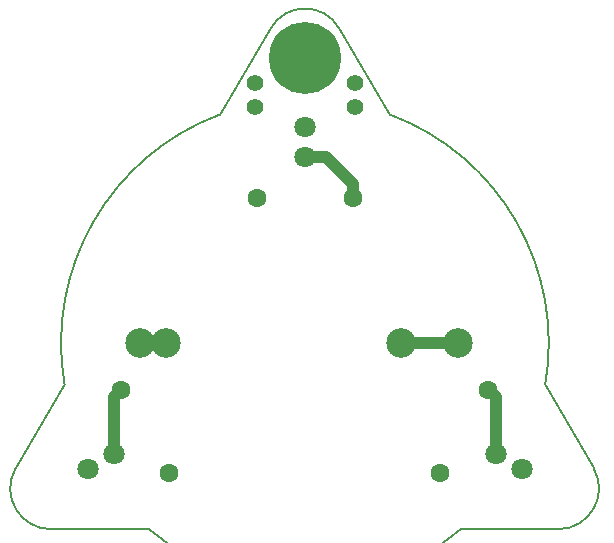
<source format=gbl>
%TF.GenerationSoftware,KiCad,Pcbnew,4.0.2+e4-6225~38~ubuntu15.10.1-stable*%
%TF.CreationDate,2016-05-27T15:45:48+05:30*%
%TF.ProjectId,MAP4,4D4150342E6B696361645F7063620000,1*%
%TF.FileFunction,Copper,L2,Bot,Signal*%
%FSLAX46Y46*%
G04 Gerber Fmt 4.6, Leading zero omitted, Abs format (unit mm)*
G04 Created by KiCad (PCBNEW 4.0.2+e4-6225~38~ubuntu15.10.1-stable) date Fri May 27 15:45:48 2016*
%MOMM*%
G01*
G04 APERTURE LIST*
%ADD10C,0.050800*%
%ADD11C,0.150000*%
%ADD12C,6.096000*%
%ADD13C,1.800000*%
%ADD14C,1.600000*%
%ADD15C,2.500000*%
%ADD16C,1.400000*%
%ADD17C,1.000000*%
G04 APERTURE END LIST*
D10*
D11*
X46499968Y4752174D02*
G75*
G03X49450000Y9900000I-49968J3447826D01*
G01*
X45350000Y17000000D02*
X49450000Y9900000D01*
X45347375Y17000452D02*
G75*
G03X32200000Y39850000I-20347375J3499548D01*
G01*
X27900000Y47150000D02*
X32200000Y39850000D01*
X27900000Y47150000D02*
G75*
G03X22100000Y47150000I-2900000J-1650000D01*
G01*
X17800000Y39850000D02*
X22100000Y47150000D01*
X17799072Y39852496D02*
G75*
G03X4650000Y17000000I7200928J-19352496D01*
G01*
X500000Y9900000D02*
X4650000Y17000000D01*
X498108Y9901071D02*
G75*
G03X3550000Y4750000I3001892J-1701071D01*
G01*
X11800000Y4750000D02*
X3550000Y4750000D01*
X11800000Y4750000D02*
G75*
G03X38200000Y4750000I13200000J15750000D01*
G01*
X46500000Y4750000D02*
X38200000Y4750000D01*
D12*
X25000000Y44650000D03*
D13*
X6650148Y9865000D03*
X8849852Y11135000D03*
X43349852Y9865000D03*
X41150148Y11135000D03*
X25000000Y38770000D03*
X25000000Y36230000D03*
D14*
X29064000Y32750000D03*
X20936000Y32750000D03*
X9468000Y16519527D03*
X13532000Y9480473D03*
X40532000Y16519527D03*
X36468000Y9480473D03*
D15*
X33100000Y20500000D03*
X13200000Y20500000D03*
X11000000Y20500000D03*
X38000000Y20500000D03*
D16*
X20750000Y40500000D03*
X20750000Y42500000D03*
X29250000Y40500000D03*
X29250000Y42500000D03*
D17*
X33100000Y20500000D02*
X38000000Y20500000D01*
X11000000Y20500000D02*
X13200000Y20500000D01*
X25000000Y36230000D02*
X26770000Y36230000D01*
X29064000Y33936000D02*
X29064000Y32750000D01*
X26770000Y36230000D02*
X29064000Y33936000D01*
X41150148Y11135000D02*
X41150148Y15901379D01*
X41150148Y15901379D02*
X40532000Y16519527D01*
X8849852Y11135000D02*
X8849852Y15901379D01*
X8849852Y15901379D02*
X9468000Y16519527D01*
M02*

</source>
